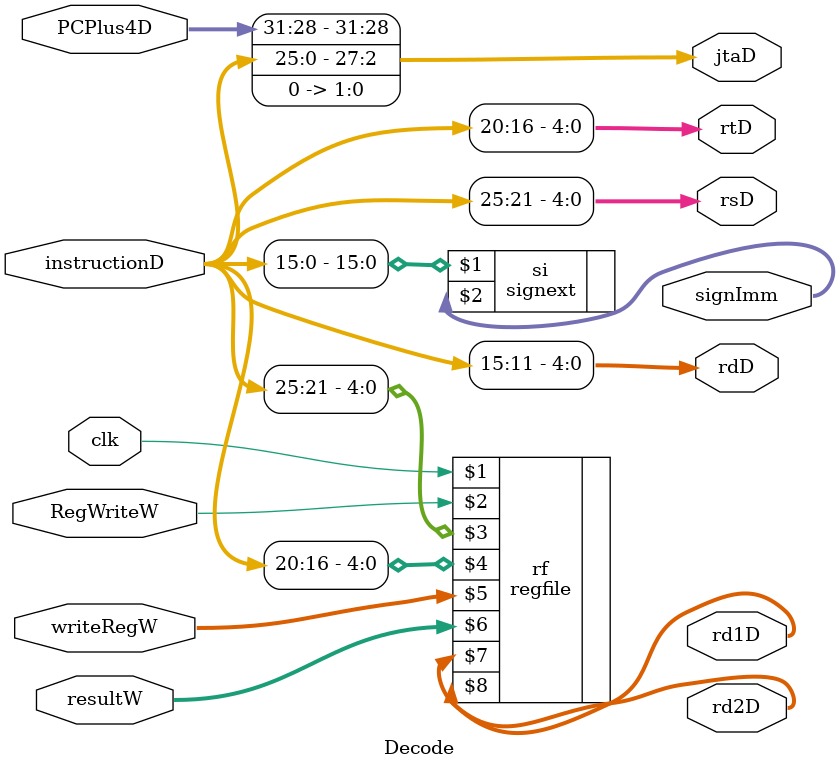
<source format=v>
`timescale 1ns / 1ps
module Decode( input clk, RegWriteW, 
					input [4:0] writeRegW,
					input [31:0] instructionD, PCPlus4D, resultW,
					output [31:0] rd1D, rd2D, jtaD, signImm, 
					output [4:0] rsD, rtD, rdD);
  
assign rsD = instructionD[25:21];
assign rtD = instructionD[20:16];
assign rdD = instructionD[15:11];

regfile rf(clk, RegWriteW, instructionD[25:21],
                 instructionD[20:16], writeRegW,
                 resultW, rd1D, rd2D);

signext si(instructionD[15:0], signImm);
assign jtaD = {PCPlus4D[31:28], instructionD[25:0],2'b00};


endmodule

</source>
